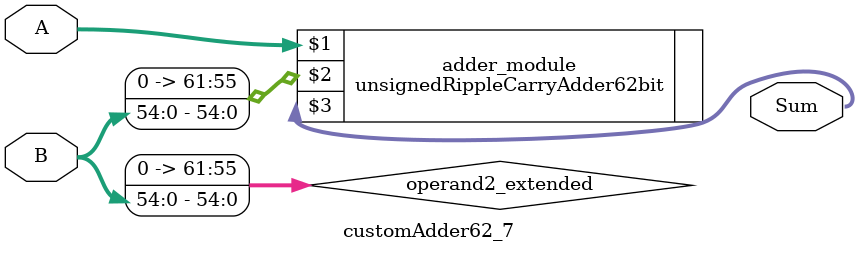
<source format=v>
module customAdder62_7(
                        input [61 : 0] A,
                        input [54 : 0] B,
                        
                        output [62 : 0] Sum
                );

        wire [61 : 0] operand2_extended;
        
        assign operand2_extended =  {7'b0, B};
        
        unsignedRippleCarryAdder62bit adder_module(
            A,
            operand2_extended,
            Sum
        );
        
        endmodule
        
</source>
